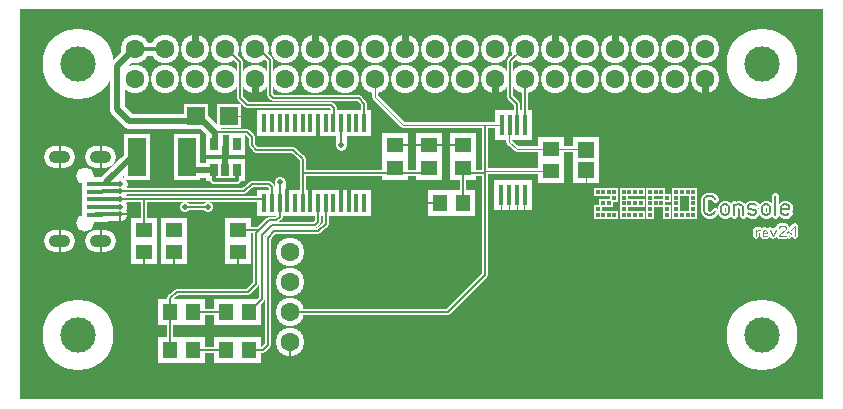
<source format=gbr>
%FSLAX34Y34*%
%MOMM*%
%LNCOPPER_TOP*%
G71*
G01*
%ADD10C, 6.00*%
%ADD11C, 2.40*%
%ADD12R, 1.22X2.12*%
%ADD13R, 1.45X1.86*%
%ADD14C, 0.30*%
%ADD15R, 2.30X4.00*%
%ADD16C, 1.30*%
%ADD17C, 0.90*%
%ADD18C, 1.10*%
%ADD19C, 0.95*%
%ADD20C, 1.30*%
%ADD21C, 0.50*%
%ADD22C, 0.70*%
%ADD23R, 1.22X2.58*%
%ADD24C, 0.55*%
%ADD25R, 2.10X2.20*%
%ADD26R, 2.20X2.10*%
%ADD27C, 0.15*%
%ADD28C, 0.10*%
%ADD29C, 0.60*%
%ADD30R, 0.70X0.70*%
%ADD31C, 0.51*%
%ADD32R, 2.00X2.00*%
%ADD33R, 1.80X1.80*%
%ADD34C, 1.85*%
%ADD35R, 2.20X1.20*%
%ADD36C, 1.46*%
%ADD37C, 1.47*%
%ADD38C, 0.53*%
%ADD39C, 0.17*%
%ADD40C, 3.00*%
%ADD41C, 1.60*%
%ADD42R, 0.42X1.32*%
%ADD43R, 0.65X1.06*%
%ADD44R, 1.50X3.20*%
%ADD45C, 0.50*%
%ADD46R, 0.42X1.78*%
%ADD47R, 1.30X1.40*%
%ADD48R, 1.40X1.30*%
%ADD49C, 0.20*%
%ADD50R, 0.30X0.30*%
%ADD51C, 0.11*%
%ADD52R, 1.60X1.60*%
%ADD53R, 1.40X1.40*%
%ADD54C, 1.05*%
%ADD55R, 1.40X0.40*%
%LPD*%
G36*
X0Y1000000D02*
X680000Y1000000D01*
X680000Y670000D01*
X0Y670000D01*
X0Y1000000D01*
G37*
%LPC*%
X48816Y954088D02*
G54D10*
D03*
X628253Y724694D02*
G54D10*
D03*
X48816Y724694D02*
G54D10*
D03*
X628253Y954088D02*
G54D10*
D03*
X580231Y966788D02*
G54D11*
D03*
X580230Y941384D02*
G54D11*
D03*
X554831Y966788D02*
G54D11*
D03*
X554831Y941388D02*
G54D11*
D03*
X529431Y966788D02*
G54D11*
D03*
X529431Y941388D02*
G54D11*
D03*
X504030Y966784D02*
G54D11*
D03*
X504031Y941388D02*
G54D11*
D03*
X478631Y966788D02*
G54D11*
D03*
X478631Y941388D02*
G54D11*
D03*
X453230Y966784D02*
G54D11*
D03*
X453231Y941388D02*
G54D11*
D03*
X427831Y966788D02*
G54D11*
D03*
X427831Y941388D02*
G54D11*
D03*
X402431Y966788D02*
G54D11*
D03*
X402430Y941384D02*
G54D11*
D03*
X377031Y966788D02*
G54D11*
D03*
X377031Y941388D02*
G54D11*
D03*
X351631Y966788D02*
G54D11*
D03*
X351631Y941388D02*
G54D11*
D03*
X326230Y966784D02*
G54D11*
D03*
X326231Y941388D02*
G54D11*
D03*
X300831Y966788D02*
G54D11*
D03*
X300831Y941388D02*
G54D11*
D03*
X275431Y966788D02*
G54D11*
D03*
X275431Y941388D02*
G54D11*
D03*
X250030Y966784D02*
G54D11*
D03*
X250031Y941388D02*
G54D11*
D03*
X224631Y966788D02*
G54D11*
D03*
X224631Y941388D02*
G54D11*
D03*
X199231Y966788D02*
G54D11*
D03*
X199230Y941384D02*
G54D11*
D03*
X173831Y966788D02*
G54D11*
D03*
X173831Y941388D02*
G54D11*
D03*
X148430Y966784D02*
G54D11*
D03*
X123031Y966788D02*
G54D11*
D03*
X97631Y966788D02*
G54D11*
D03*
X148431Y941388D02*
G54D11*
D03*
X123031Y941388D02*
G54D11*
D03*
X97631Y941388D02*
G54D11*
D03*
X291272Y835606D02*
G54D12*
D03*
X284772Y835606D02*
G54D12*
D03*
X278272Y835606D02*
G54D12*
D03*
X271772Y835606D02*
G54D12*
D03*
X265272Y835606D02*
G54D12*
D03*
X258772Y835606D02*
G54D12*
D03*
X252272Y835606D02*
G54D12*
D03*
X245772Y835606D02*
G54D12*
D03*
X239272Y835606D02*
G54D12*
D03*
X232772Y835606D02*
G54D12*
D03*
X226272Y835606D02*
G54D12*
D03*
X219772Y835606D02*
G54D12*
D03*
X213272Y835606D02*
G54D12*
D03*
X206772Y835606D02*
G54D12*
D03*
X291272Y904478D02*
G54D12*
D03*
X284772Y904478D02*
G54D12*
D03*
X278272Y904478D02*
G54D12*
D03*
X271772Y904478D02*
G54D12*
D03*
X265272Y904478D02*
G54D12*
D03*
X258772Y904478D02*
G54D12*
D03*
X252272Y904478D02*
G54D12*
D03*
X245772Y904478D02*
G54D12*
D03*
X239272Y904478D02*
G54D12*
D03*
X232772Y904478D02*
G54D12*
D03*
X226272Y904478D02*
G54D12*
D03*
X219772Y904478D02*
G54D12*
D03*
X213272Y904478D02*
G54D12*
D03*
X206772Y904478D02*
G54D12*
D03*
X291272Y903684D02*
G54D12*
D03*
X284772Y903684D02*
G54D12*
D03*
X278272Y903684D02*
G54D12*
D03*
X271772Y903684D02*
G54D12*
D03*
X265272Y903684D02*
G54D12*
D03*
X258772Y903684D02*
G54D12*
D03*
X252272Y903684D02*
G54D12*
D03*
X245772Y903684D02*
G54D12*
D03*
X239272Y903684D02*
G54D12*
D03*
X232772Y903684D02*
G54D12*
D03*
X226272Y903684D02*
G54D12*
D03*
X219772Y903684D02*
G54D12*
D03*
X213272Y903684D02*
G54D12*
D03*
X206772Y903684D02*
G54D12*
D03*
X291272Y836400D02*
G54D12*
D03*
X284772Y836400D02*
G54D12*
D03*
X278272Y836400D02*
G54D12*
D03*
X271772Y836400D02*
G54D12*
D03*
X265272Y836400D02*
G54D12*
D03*
X258772Y836400D02*
G54D12*
D03*
X252272Y836400D02*
G54D12*
D03*
X245772Y836400D02*
G54D12*
D03*
X239272Y836400D02*
G54D12*
D03*
X232772Y836400D02*
G54D12*
D03*
X226272Y836400D02*
G54D12*
D03*
X219772Y836400D02*
G54D12*
D03*
X213272Y836400D02*
G54D12*
D03*
X206772Y836400D02*
G54D12*
D03*
X291272Y836797D02*
G54D12*
D03*
X284772Y836797D02*
G54D12*
D03*
X278272Y836797D02*
G54D12*
D03*
X271772Y836797D02*
G54D12*
D03*
X265272Y836797D02*
G54D12*
D03*
X258772Y836797D02*
G54D12*
D03*
X252272Y836797D02*
G54D12*
D03*
X245772Y836797D02*
G54D12*
D03*
X239272Y836797D02*
G54D12*
D03*
X232772Y836797D02*
G54D12*
D03*
X226272Y836797D02*
G54D12*
D03*
X219772Y836797D02*
G54D12*
D03*
X213272Y836797D02*
G54D12*
D03*
X206772Y836797D02*
G54D12*
D03*
X291272Y903287D02*
G54D12*
D03*
X284772Y903288D02*
G54D12*
D03*
X278272Y903288D02*
G54D12*
D03*
X271772Y903288D02*
G54D12*
D03*
X265272Y903288D02*
G54D12*
D03*
X258772Y903288D02*
G54D12*
D03*
X252272Y903288D02*
G54D12*
D03*
X245772Y903287D02*
G54D12*
D03*
X239272Y903288D02*
G54D12*
D03*
X232772Y903288D02*
G54D12*
D03*
X226272Y903288D02*
G54D12*
D03*
X219772Y903288D02*
G54D12*
D03*
X213272Y903288D02*
G54D12*
D03*
X206772Y903288D02*
G54D12*
D03*
X164306Y886420D02*
G54D13*
D03*
X183356Y886420D02*
G54D13*
D03*
X164306Y864394D02*
G54D13*
D03*
X173831Y864394D02*
G54D13*
D03*
X183356Y864394D02*
G54D13*
D03*
G54D14*
X252214Y896739D02*
X252214Y892770D01*
G54D14*
X226219Y843359D02*
X226219Y847328D01*
G54D14*
X271859Y843359D02*
X271859Y847328D01*
G54D14*
X278408Y843359D02*
X278408Y847328D01*
G54D14*
X245864Y843359D02*
X245864Y847328D01*
G54D14*
X68858Y826492D02*
X63897Y826492D01*
X141288Y875506D02*
G54D15*
D03*
X99219Y875506D02*
G54D15*
D03*
X84733Y845939D02*
G54D16*
D03*
X84733Y839391D02*
G54D16*
D03*
X271859Y885627D02*
G54D17*
D03*
X219869Y853678D02*
G54D17*
D03*
X84733Y852488D02*
G54D16*
D03*
X84733Y833041D02*
G54D16*
D03*
X84730Y826490D02*
G54D16*
D03*
G54D18*
X85130Y852488D02*
X70247Y852488D01*
G54D18*
X85130Y845939D02*
X70048Y845939D01*
G54D18*
X85130Y839391D02*
X70048Y839391D01*
G54D18*
X84733Y833041D02*
X70048Y833041D01*
G54D18*
X84336Y826492D02*
X70048Y826492D01*
G54D19*
X271859Y885627D02*
X271859Y896541D01*
G54D19*
X219869Y853678D02*
X219869Y842962D01*
G54D20*
X100409Y880666D02*
X73025Y853678D01*
G54D20*
X164306Y864394D02*
X149225Y864394D01*
G54D21*
X173831Y869752D02*
X173831Y873919D01*
G54D22*
X164306Y859234D02*
X164306Y855266D01*
X183356Y855266D01*
X183356Y859234D01*
G54D18*
X123031Y966788D02*
X97631Y966788D01*
G54D20*
X97631Y966788D02*
X96044Y966788D01*
X81756Y952500D01*
X81756Y915988D01*
X92075Y905669D01*
X154781Y905669D01*
X165100Y895350D01*
X165100Y887214D01*
X164306Y886420D01*
X407988Y902494D02*
G54D23*
D03*
X414487Y902494D02*
G54D23*
D03*
X407591Y843147D02*
G54D23*
D03*
X414091Y843147D02*
G54D23*
D03*
X420591Y843147D02*
G54D23*
D03*
X427091Y843147D02*
G54D23*
D03*
X420988Y902494D02*
G54D23*
D03*
X427488Y902494D02*
G54D23*
D03*
G54D24*
X165100Y896144D02*
X192088Y896144D01*
X196056Y892175D01*
X196056Y885031D01*
X200025Y881062D01*
X231378Y881062D01*
X239316Y873125D01*
X239316Y842169D01*
G54D24*
X84733Y845939D02*
X189508Y845939D01*
X196056Y852488D01*
X210741Y852488D01*
X213122Y850106D01*
X213122Y841772D01*
G54D24*
X84733Y839391D02*
X207169Y839391D01*
G54D24*
X173831Y966788D02*
X175022Y966788D01*
X186531Y955278D01*
X186531Y924719D01*
X192088Y919162D01*
X263128Y919162D01*
X265509Y916781D01*
X265509Y908447D01*
G54D24*
X199231Y966788D02*
X202009Y966788D01*
X211931Y956866D01*
X211931Y927497D01*
X214312Y925116D01*
X286544Y925116D01*
X291306Y920353D01*
X291306Y909241D01*
X193675Y743744D02*
G54D25*
D03*
X174675Y743744D02*
G54D25*
D03*
X193675Y711994D02*
G54D25*
D03*
X174675Y711994D02*
G54D25*
D03*
X146050Y711994D02*
G54D25*
D03*
X127050Y711994D02*
G54D25*
D03*
X146050Y743744D02*
G54D25*
D03*
X127050Y743744D02*
G54D25*
D03*
G54D24*
X258762Y831453D02*
X258762Y818753D01*
X252412Y812403D01*
X215106Y812403D01*
X209550Y806847D01*
X209550Y715566D01*
X205978Y711994D01*
X193675Y711994D01*
G54D24*
X252412Y830262D02*
X252412Y819944D01*
X250031Y817562D01*
X213519Y817562D01*
X204788Y808831D01*
X204788Y755253D01*
X198834Y749300D01*
G54D24*
X146050Y743744D02*
X174675Y743744D01*
G54D24*
X146050Y711994D02*
X174675Y711994D01*
G54D24*
X127050Y711994D02*
X127050Y743744D01*
G54D24*
X219869Y829866D02*
X219869Y824706D01*
X217091Y821928D01*
X210741Y821928D01*
X199628Y810816D01*
G54D24*
X127050Y743744D02*
X127050Y755303D01*
X132953Y761206D01*
X193278Y761206D01*
X199628Y767556D01*
X199628Y810816D01*
X139700Y832644D02*
G54D17*
D03*
X158750Y832644D02*
G54D17*
D03*
G54D24*
X139700Y832644D02*
X158750Y832644D01*
X317475Y885006D02*
G54D26*
D03*
X317475Y866006D02*
G54D26*
D03*
X346050Y885006D02*
G54D26*
D03*
X346050Y866006D02*
G54D26*
D03*
G54D24*
X346050Y861244D02*
X239738Y861244D01*
X239712Y861219D01*
G54D27*
X317475Y885006D02*
X374625Y885006D01*
X374625Y885006D02*
G54D26*
D03*
X374625Y866006D02*
G54D26*
D03*
X449238Y882229D02*
G54D26*
D03*
X449238Y863229D02*
G54D26*
D03*
G54D24*
X427831Y941388D02*
X427831Y902838D01*
X427488Y902494D01*
G54D24*
X427831Y966788D02*
X425847Y966788D01*
X415131Y956072D01*
X415131Y925909D01*
X421084Y919956D01*
X421084Y909638D01*
G54D24*
X228600Y743744D02*
X361950Y743744D01*
X393700Y775494D01*
X393675Y902072D01*
G54D24*
X374625Y861244D02*
X393675Y861244D01*
X393700Y861219D01*
X228600Y794544D02*
G54D11*
D03*
X228600Y769144D02*
G54D11*
D03*
X228600Y743744D02*
G54D11*
D03*
X228600Y718344D02*
G54D11*
D03*
G54D27*
X228600Y718344D02*
X228600Y703659D01*
G54D21*
X300831Y941388D02*
X300831Y925512D01*
X323850Y902494D01*
X407988Y902494D01*
G54D28*
X407591Y835422D02*
X407591Y829469D01*
G54D28*
X413941Y835422D02*
X413941Y829469D01*
G54D28*
X420688Y835422D02*
X420688Y829469D01*
G54D28*
X427038Y835819D02*
X427038Y829469D01*
X184175Y794569D02*
G54D26*
D03*
X184175Y813569D02*
G54D26*
D03*
G54D24*
X184175Y813569D02*
X201588Y813569D01*
X201612Y813594D01*
G54D27*
X184175Y794569D02*
X184175Y781869D01*
X184150Y781844D01*
X130200Y794569D02*
G54D26*
D03*
X130200Y813569D02*
G54D26*
D03*
X104800Y794569D02*
G54D26*
D03*
X104800Y813569D02*
G54D26*
D03*
X130200Y813569D02*
G54D17*
D03*
G54D24*
X104800Y813569D02*
X104800Y838969D01*
X104775Y838994D01*
G54D27*
X130200Y794569D02*
X130200Y781869D01*
X130175Y781844D01*
G54D27*
X104800Y794569D02*
X104800Y781869D01*
X104775Y781844D01*
G54D29*
X588641Y829294D02*
X587441Y827294D01*
X585041Y826294D01*
X582641Y826294D01*
X580241Y827294D01*
X579041Y829294D01*
X579041Y839294D01*
X580241Y841294D01*
X582641Y842294D01*
X585041Y842294D01*
X587441Y841294D01*
X588641Y839294D01*
G54D29*
X600241Y828694D02*
X600241Y832694D01*
X599041Y834694D01*
X596641Y835294D01*
X594241Y834694D01*
X593041Y832694D01*
X593041Y828694D01*
X594241Y826694D01*
X596641Y826294D01*
X599041Y826694D01*
X600241Y828694D01*
G54D29*
X604641Y826294D02*
X604641Y835294D01*
G54D29*
X604641Y833294D02*
X605841Y834694D01*
X608241Y835294D01*
X610641Y834694D01*
X611841Y833294D01*
X611841Y826294D01*
G54D29*
X616241Y827294D02*
X618641Y826294D01*
X621041Y826294D01*
X623441Y827294D01*
X623441Y829294D01*
X622241Y830294D01*
X617441Y831294D01*
X616241Y832294D01*
X616241Y834294D01*
X618641Y835294D01*
X621041Y835294D01*
X623441Y834294D01*
G54D29*
X635041Y828694D02*
X635041Y832694D01*
X633841Y834694D01*
X631441Y835294D01*
X629041Y834694D01*
X627841Y832694D01*
X627841Y828694D01*
X629041Y826694D01*
X631441Y826294D01*
X633841Y826694D01*
X635041Y828694D01*
G54D29*
X639441Y826294D02*
X639441Y842294D01*
G54D29*
X651041Y827294D02*
X649121Y826294D01*
X646721Y826294D01*
X644321Y827294D01*
X643841Y829294D01*
X643841Y832694D01*
X645041Y834694D01*
X647441Y835294D01*
X649841Y834694D01*
X651041Y833294D01*
X651041Y831294D01*
X643841Y831294D01*
X488950Y845344D02*
G54D30*
D03*
X498475Y845344D02*
G54D30*
D03*
X503238Y845344D02*
G54D30*
D03*
X503238Y840581D02*
G54D30*
D03*
X498475Y835819D02*
G54D30*
D03*
X488950Y831056D02*
G54D30*
D03*
X488950Y826294D02*
G54D30*
D03*
X498475Y826294D02*
G54D30*
D03*
X503238Y826294D02*
G54D30*
D03*
X511175Y826294D02*
G54D30*
D03*
X511175Y831056D02*
G54D30*
D03*
X511175Y835819D02*
G54D30*
D03*
X511175Y840581D02*
G54D30*
D03*
X511175Y845344D02*
G54D30*
D03*
X515938Y845344D02*
G54D30*
D03*
X520700Y845344D02*
G54D30*
D03*
X515938Y835819D02*
G54D30*
D03*
X520700Y835819D02*
G54D30*
D03*
X515938Y826294D02*
G54D30*
D03*
X520700Y826294D02*
G54D30*
D03*
X533400Y845344D02*
G54D30*
D03*
X533400Y840581D02*
G54D30*
D03*
X533400Y835819D02*
G54D30*
D03*
X533400Y831056D02*
G54D30*
D03*
X533400Y826294D02*
G54D30*
D03*
X538162Y845344D02*
G54D30*
D03*
X538162Y835819D02*
G54D30*
D03*
X547688Y840581D02*
G54D30*
D03*
X547688Y831056D02*
G54D30*
D03*
X547688Y826294D02*
G54D30*
D03*
X555625Y840581D02*
G54D30*
D03*
X555625Y835819D02*
G54D30*
D03*
X555625Y831056D02*
G54D30*
D03*
X560388Y826294D02*
G54D30*
D03*
X565150Y826294D02*
G54D30*
D03*
X569912Y831056D02*
G54D30*
D03*
X569912Y835819D02*
G54D30*
D03*
X569912Y840581D02*
G54D30*
D03*
X560388Y845344D02*
G54D30*
D03*
X565150Y845344D02*
G54D30*
D03*
G54D31*
X623491Y808038D02*
X623491Y813038D01*
G54D31*
X623491Y811926D02*
X624824Y813038D01*
X626157Y813038D01*
G54D31*
X632602Y808593D02*
X631535Y808038D01*
X630202Y808038D01*
X628868Y808593D01*
X628602Y809704D01*
X628602Y811593D01*
X629268Y812704D01*
X630602Y813038D01*
X631935Y812704D01*
X632602Y811926D01*
X632602Y810815D01*
X628602Y810815D01*
G54D31*
X635046Y813038D02*
X637712Y808038D01*
X640379Y813038D01*
G54D31*
X648156Y808038D02*
X642823Y808038D01*
X642823Y808593D01*
X643489Y809704D01*
X647489Y813038D01*
X648156Y814149D01*
X648156Y815260D01*
X647489Y816371D01*
X646156Y816926D01*
X644823Y816926D01*
X643489Y816371D01*
X642823Y815260D01*
G54D31*
X650600Y808038D02*
X650600Y808038D01*
G54D31*
X653044Y813593D02*
X656377Y816926D01*
X656377Y808038D01*
X149225Y909638D02*
G54D32*
D03*
X177225Y909638D02*
G54D32*
D03*
G54D28*
X177225Y909638D02*
X190500Y909638D01*
X555625Y845344D02*
G54D30*
D03*
X569912Y845344D02*
G54D30*
D03*
X569912Y826294D02*
G54D30*
D03*
X555625Y826294D02*
G54D30*
D03*
X493712Y845344D02*
G54D30*
D03*
X493712Y835819D02*
G54D30*
D03*
X493712Y826294D02*
G54D30*
D03*
X525462Y845344D02*
G54D30*
D03*
X525462Y835819D02*
G54D30*
D03*
X525462Y826294D02*
G54D30*
D03*
X542925Y845344D02*
G54D30*
D03*
X542925Y835819D02*
G54D30*
D03*
G54D24*
X374650Y835819D02*
X374650Y864394D01*
G54D27*
X355600Y835819D02*
X342900Y835819D01*
X355600Y835819D02*
G54D25*
D03*
X374600Y835819D02*
G54D25*
D03*
G54D21*
X449238Y863229D02*
X394123Y863229D01*
X393700Y862806D01*
G54D21*
X479401Y882229D02*
X420315Y882229D01*
X414338Y888206D01*
X414338Y896144D01*
X479401Y882229D02*
G54D26*
D03*
X479401Y863229D02*
G54D26*
D03*
G54D28*
X479401Y863229D02*
X479401Y848543D01*
X479425Y848519D01*
X479425Y880666D02*
G54D33*
D03*
X479425Y863997D02*
G54D33*
D03*
X29369Y875109D02*
G54D34*
D03*
X37306Y875109D02*
G54D34*
D03*
X37306Y803672D02*
G54D34*
D03*
X29369Y803672D02*
G54D34*
D03*
X71834Y875109D02*
G54D34*
D03*
X63897Y875109D02*
G54D34*
D03*
X71834Y803672D02*
G54D34*
D03*
X63897Y803672D02*
G54D34*
D03*
X67866Y875109D02*
G54D34*
D03*
X67866Y803672D02*
G54D34*
D03*
X33338Y803672D02*
G54D34*
D03*
X33338Y875109D02*
G54D34*
D03*
X63112Y839390D02*
G54D35*
D03*
X63112Y832890D02*
G54D35*
D03*
X63112Y826390D02*
G54D35*
D03*
X63112Y845890D02*
G54D35*
D03*
X63112Y852390D02*
G54D35*
D03*
X54570Y859433D02*
G54D36*
D03*
X54570Y819348D02*
G54D36*
D03*
X71636Y875109D02*
G54D34*
D03*
X71438Y875109D02*
G54D34*
D03*
X71239Y875109D02*
G54D34*
D03*
X71041Y875109D02*
G54D34*
D03*
X70842Y875109D02*
G54D34*
D03*
X70644Y875109D02*
G54D34*
D03*
X70445Y875109D02*
G54D34*
D03*
X70247Y875109D02*
G54D34*
D03*
X70048Y875109D02*
G54D34*
D03*
X69850Y875109D02*
G54D34*
D03*
X69652Y875109D02*
G54D34*
D03*
X69453Y875109D02*
G54D34*
D03*
X69255Y875109D02*
G54D34*
D03*
X69056Y875109D02*
G54D34*
D03*
X68858Y875109D02*
G54D34*
D03*
X68659Y875109D02*
G54D34*
D03*
X68461Y875109D02*
G54D34*
D03*
X68262Y875109D02*
G54D34*
D03*
X68064Y875109D02*
G54D34*
D03*
X67667Y875109D02*
G54D34*
D03*
X67469Y875109D02*
G54D34*
D03*
X67270Y875109D02*
G54D34*
D03*
X67072Y875109D02*
G54D34*
D03*
X66873Y875109D02*
G54D34*
D03*
X66675Y875109D02*
G54D34*
D03*
X66477Y875109D02*
G54D34*
D03*
X66278Y875109D02*
G54D34*
D03*
X66080Y875109D02*
G54D34*
D03*
X65881Y875109D02*
G54D34*
D03*
X65683Y875109D02*
G54D34*
D03*
X65484Y875109D02*
G54D34*
D03*
X64095Y875109D02*
G54D34*
D03*
X64294Y875109D02*
G54D34*
D03*
X64492Y875109D02*
G54D34*
D03*
X64691Y875109D02*
G54D34*
D03*
X64889Y875109D02*
G54D34*
D03*
X65088Y875109D02*
G54D34*
D03*
X71636Y803672D02*
G54D34*
D03*
X71438Y803672D02*
G54D34*
D03*
X71239Y803672D02*
G54D34*
D03*
X71041Y803672D02*
G54D34*
D03*
X70842Y803672D02*
G54D34*
D03*
X70644Y803672D02*
G54D34*
D03*
X70445Y803672D02*
G54D34*
D03*
X70247Y803672D02*
G54D34*
D03*
X70048Y803672D02*
G54D34*
D03*
X69850Y803672D02*
G54D34*
D03*
X69652Y803672D02*
G54D34*
D03*
X69453Y803672D02*
G54D34*
D03*
X69255Y803672D02*
G54D34*
D03*
X69056Y803672D02*
G54D34*
D03*
X68858Y803672D02*
G54D34*
D03*
X68659Y803672D02*
G54D34*
D03*
X68461Y803672D02*
G54D34*
D03*
X68262Y803672D02*
G54D34*
D03*
X64095Y803672D02*
G54D34*
D03*
X64294Y803672D02*
G54D34*
D03*
X64492Y803672D02*
G54D34*
D03*
X64691Y803672D02*
G54D34*
D03*
X64889Y803672D02*
G54D34*
D03*
X65088Y803672D02*
G54D34*
D03*
X65286Y803672D02*
G54D34*
D03*
X65484Y803672D02*
G54D34*
D03*
X65683Y803672D02*
G54D34*
D03*
X65881Y803672D02*
G54D34*
D03*
X66080Y803672D02*
G54D34*
D03*
X66278Y803672D02*
G54D34*
D03*
X66477Y803672D02*
G54D34*
D03*
X66675Y803672D02*
G54D34*
D03*
X66873Y803672D02*
G54D34*
D03*
X66873Y803672D02*
G54D34*
D03*
X67072Y803672D02*
G54D34*
D03*
X67270Y803672D02*
G54D34*
D03*
X67469Y803672D02*
G54D34*
D03*
X37306Y875109D02*
G54D34*
D03*
X29369Y875109D02*
G54D34*
D03*
X33338Y875109D02*
G54D34*
D03*
X37108Y875109D02*
G54D34*
D03*
X36909Y875109D02*
G54D34*
D03*
X36711Y875109D02*
G54D34*
D03*
X36512Y875109D02*
G54D34*
D03*
X36314Y875109D02*
G54D34*
D03*
X36116Y875109D02*
G54D34*
D03*
X35917Y875109D02*
G54D34*
D03*
X35719Y875109D02*
G54D34*
D03*
X35520Y875109D02*
G54D34*
D03*
X35322Y875109D02*
G54D34*
D03*
X35123Y875109D02*
G54D34*
D03*
X34925Y875109D02*
G54D34*
D03*
X34727Y875109D02*
G54D34*
D03*
X34528Y875109D02*
G54D34*
D03*
X34330Y875109D02*
G54D34*
D03*
X34131Y875109D02*
G54D34*
D03*
X33933Y875109D02*
G54D34*
D03*
X33734Y875109D02*
G54D34*
D03*
X33536Y875109D02*
G54D34*
D03*
X33139Y875109D02*
G54D34*
D03*
X32941Y875109D02*
G54D34*
D03*
X32742Y875109D02*
G54D34*
D03*
X32544Y875109D02*
G54D34*
D03*
X32345Y875109D02*
G54D34*
D03*
X32147Y875109D02*
G54D34*
D03*
X31948Y875109D02*
G54D34*
D03*
X31750Y875109D02*
G54D34*
D03*
X31552Y875109D02*
G54D34*
D03*
X31353Y875109D02*
G54D34*
D03*
X31155Y875109D02*
G54D34*
D03*
X30956Y875109D02*
G54D34*
D03*
X29567Y875109D02*
G54D34*
D03*
X29766Y875109D02*
G54D34*
D03*
X29964Y875109D02*
G54D34*
D03*
X30162Y875109D02*
G54D34*
D03*
X30361Y875109D02*
G54D34*
D03*
X30559Y875109D02*
G54D34*
D03*
X37306Y803672D02*
G54D34*
D03*
X29369Y803672D02*
G54D34*
D03*
X33338Y803672D02*
G54D34*
D03*
X37108Y803672D02*
G54D34*
D03*
X36909Y803672D02*
G54D34*
D03*
X36711Y803672D02*
G54D34*
D03*
X36512Y803672D02*
G54D34*
D03*
X36314Y803672D02*
G54D34*
D03*
X36116Y803672D02*
G54D34*
D03*
X35917Y803672D02*
G54D34*
D03*
X35719Y803672D02*
G54D34*
D03*
X35520Y803672D02*
G54D34*
D03*
X35322Y803672D02*
G54D34*
D03*
X35123Y803672D02*
G54D34*
D03*
X34925Y803672D02*
G54D34*
D03*
X34727Y803672D02*
G54D34*
D03*
X34528Y803672D02*
G54D34*
D03*
X34330Y803672D02*
G54D34*
D03*
X34131Y803672D02*
G54D34*
D03*
X33933Y803672D02*
G54D34*
D03*
X33734Y803672D02*
G54D34*
D03*
X29567Y803672D02*
G54D34*
D03*
X29766Y803672D02*
G54D34*
D03*
X29964Y803672D02*
G54D34*
D03*
X30162Y803672D02*
G54D34*
D03*
X30361Y803672D02*
G54D34*
D03*
X30559Y803672D02*
G54D34*
D03*
X30758Y803672D02*
G54D34*
D03*
X30956Y803672D02*
G54D34*
D03*
X31155Y803672D02*
G54D34*
D03*
X31353Y803672D02*
G54D34*
D03*
X31552Y803672D02*
G54D34*
D03*
X31750Y803672D02*
G54D34*
D03*
X31948Y803672D02*
G54D34*
D03*
X32147Y803672D02*
G54D34*
D03*
X32345Y803672D02*
G54D34*
D03*
X32345Y803672D02*
G54D34*
D03*
X32544Y803672D02*
G54D34*
D03*
X32742Y803672D02*
G54D34*
D03*
X32941Y803672D02*
G54D34*
D03*
G54D27*
X33734Y885031D02*
X33734Y865981D01*
G54D27*
X33734Y794544D02*
X33734Y813594D01*
G54D27*
X68659Y794544D02*
X68659Y813594D01*
G54D27*
X68659Y885031D02*
X68659Y864394D01*
X30162Y875109D02*
G54D34*
D03*
X30956Y875109D02*
G54D34*
D03*
X31750Y875109D02*
G54D34*
D03*
X32544Y875109D02*
G54D34*
D03*
X33338Y875109D02*
G54D34*
D03*
X34131Y875109D02*
G54D34*
D03*
X34925Y875109D02*
G54D34*
D03*
X35719Y875109D02*
G54D34*
D03*
X36512Y875109D02*
G54D34*
D03*
X64691Y875109D02*
G54D34*
D03*
X65484Y875109D02*
G54D34*
D03*
X66278Y875109D02*
G54D34*
D03*
X67072Y875109D02*
G54D34*
D03*
X67866Y875109D02*
G54D34*
D03*
X68659Y875109D02*
G54D34*
D03*
X69453Y875109D02*
G54D34*
D03*
X70247Y875109D02*
G54D34*
D03*
X71041Y875109D02*
G54D34*
D03*
X71834Y875109D02*
G54D34*
D03*
X37306Y875109D02*
G54D34*
D03*
X29369Y803672D02*
G54D34*
D03*
X30162Y803672D02*
G54D34*
D03*
X30956Y803672D02*
G54D34*
D03*
X31750Y803672D02*
G54D34*
D03*
X32544Y803672D02*
G54D34*
D03*
X33338Y803672D02*
G54D34*
D03*
X34131Y803672D02*
G54D34*
D03*
X34925Y803672D02*
G54D34*
D03*
X35719Y803672D02*
G54D34*
D03*
X36512Y803672D02*
G54D34*
D03*
X37306Y803672D02*
G54D34*
D03*
X63897Y803672D02*
G54D34*
D03*
X64691Y803672D02*
G54D34*
D03*
X65484Y803672D02*
G54D34*
D03*
X66278Y803672D02*
G54D34*
D03*
X67072Y803672D02*
G54D34*
D03*
X67866Y803672D02*
G54D34*
D03*
X68659Y803672D02*
G54D34*
D03*
X69453Y803672D02*
G54D34*
D03*
X70247Y803672D02*
G54D34*
D03*
X71041Y803672D02*
G54D34*
D03*
X71834Y803672D02*
G54D34*
D03*
X29369Y875109D02*
G54D34*
D03*
X37306Y875109D02*
G54D34*
D03*
X63897Y875109D02*
G54D34*
D03*
X54570Y859433D02*
G54D37*
D03*
X54570Y819348D02*
G54D37*
D03*
%LPD*%
G54D38*
G36*
X582897Y941384D02*
X582897Y928884D01*
X577563Y928884D01*
X577563Y941384D01*
X582897Y941384D01*
G37*
G54D38*
G36*
X501363Y966784D02*
X501363Y979284D01*
X506697Y979284D01*
X506697Y966784D01*
X501363Y966784D01*
G37*
G54D38*
G36*
X450563Y966784D02*
X450563Y979284D01*
X455897Y979284D01*
X455897Y966784D01*
X450563Y966784D01*
G37*
G54D38*
G36*
X405097Y941384D02*
X405097Y928884D01*
X399763Y928884D01*
X399763Y941384D01*
X405097Y941384D01*
G37*
G54D38*
G36*
X323563Y966784D02*
X323563Y979284D01*
X328897Y979284D01*
X328897Y966784D01*
X323563Y966784D01*
G37*
G54D38*
G36*
X247363Y966784D02*
X247363Y979284D01*
X252697Y979284D01*
X252697Y966784D01*
X247363Y966784D01*
G37*
G54D38*
G36*
X201897Y941384D02*
X201897Y928884D01*
X196563Y928884D01*
X196563Y941384D01*
X201897Y941384D01*
G37*
G54D38*
G36*
X145763Y966784D02*
X145763Y979284D01*
X151097Y979284D01*
X151097Y966784D01*
X145763Y966784D01*
G37*
G54D39*
G36*
X84730Y827323D02*
X91730Y827323D01*
X91730Y825657D01*
X84730Y825657D01*
X84730Y827323D01*
G37*
G36*
X85563Y826490D02*
X85563Y819490D01*
X83897Y819490D01*
X83897Y826490D01*
X85563Y826490D01*
G37*
X48816Y954088D02*
G54D40*
D03*
X628253Y724694D02*
G54D40*
D03*
X48816Y724694D02*
G54D40*
D03*
X628253Y954088D02*
G54D40*
D03*
X580231Y966788D02*
G54D41*
D03*
X580230Y941384D02*
G54D41*
D03*
X554831Y966788D02*
G54D41*
D03*
X554831Y941388D02*
G54D41*
D03*
X529431Y966788D02*
G54D41*
D03*
X529431Y941388D02*
G54D41*
D03*
X504030Y966784D02*
G54D41*
D03*
X504031Y941388D02*
G54D41*
D03*
X478631Y966788D02*
G54D41*
D03*
X478631Y941388D02*
G54D41*
D03*
X453230Y966784D02*
G54D41*
D03*
X453231Y941388D02*
G54D41*
D03*
X427831Y966788D02*
G54D41*
D03*
X427831Y941388D02*
G54D41*
D03*
X402431Y966788D02*
G54D41*
D03*
X402430Y941384D02*
G54D41*
D03*
X377031Y966788D02*
G54D41*
D03*
X377031Y941388D02*
G54D41*
D03*
X351631Y966788D02*
G54D41*
D03*
X351631Y941388D02*
G54D41*
D03*
X326230Y966784D02*
G54D41*
D03*
X326231Y941388D02*
G54D41*
D03*
X300831Y966788D02*
G54D41*
D03*
X300831Y941388D02*
G54D41*
D03*
X275431Y966788D02*
G54D41*
D03*
X275431Y941388D02*
G54D41*
D03*
X250030Y966784D02*
G54D41*
D03*
X250031Y941388D02*
G54D41*
D03*
X224631Y966788D02*
G54D41*
D03*
X224631Y941388D02*
G54D41*
D03*
X199231Y966788D02*
G54D41*
D03*
X199230Y941384D02*
G54D41*
D03*
X173831Y966788D02*
G54D41*
D03*
X173831Y941388D02*
G54D41*
D03*
X148430Y966784D02*
G54D41*
D03*
X123031Y966788D02*
G54D41*
D03*
X97631Y966788D02*
G54D41*
D03*
X148431Y941388D02*
G54D41*
D03*
X123031Y941388D02*
G54D41*
D03*
X97631Y941388D02*
G54D41*
D03*
X291272Y835606D02*
G54D42*
D03*
X284772Y835606D02*
G54D42*
D03*
X278272Y835606D02*
G54D42*
D03*
X271772Y835606D02*
G54D42*
D03*
X265272Y835606D02*
G54D42*
D03*
X258772Y835606D02*
G54D42*
D03*
X252272Y835606D02*
G54D42*
D03*
X245772Y835606D02*
G54D42*
D03*
X239272Y835606D02*
G54D42*
D03*
X232772Y835606D02*
G54D42*
D03*
X226272Y835606D02*
G54D42*
D03*
X219772Y835606D02*
G54D42*
D03*
X213272Y835606D02*
G54D42*
D03*
X206772Y835606D02*
G54D42*
D03*
X291272Y904478D02*
G54D42*
D03*
X284772Y904478D02*
G54D42*
D03*
X278272Y904478D02*
G54D42*
D03*
X271772Y904478D02*
G54D42*
D03*
X265272Y904478D02*
G54D42*
D03*
X258772Y904478D02*
G54D42*
D03*
X252272Y904478D02*
G54D42*
D03*
X245772Y904478D02*
G54D42*
D03*
X239272Y904478D02*
G54D42*
D03*
X232772Y904478D02*
G54D42*
D03*
X226272Y904478D02*
G54D42*
D03*
X219772Y904478D02*
G54D42*
D03*
X213272Y904478D02*
G54D42*
D03*
X206772Y904478D02*
G54D42*
D03*
X291272Y903684D02*
G54D42*
D03*
X284772Y903684D02*
G54D42*
D03*
X278272Y903684D02*
G54D42*
D03*
X271772Y903684D02*
G54D42*
D03*
X265272Y903684D02*
G54D42*
D03*
X258772Y903684D02*
G54D42*
D03*
X252272Y903684D02*
G54D42*
D03*
X245772Y903684D02*
G54D42*
D03*
X239272Y903684D02*
G54D42*
D03*
X232772Y903684D02*
G54D42*
D03*
X226272Y903684D02*
G54D42*
D03*
X219772Y903684D02*
G54D42*
D03*
X213272Y903684D02*
G54D42*
D03*
X206772Y903684D02*
G54D42*
D03*
X291272Y836400D02*
G54D42*
D03*
X284772Y836400D02*
G54D42*
D03*
X278272Y836400D02*
G54D42*
D03*
X271772Y836400D02*
G54D42*
D03*
X265272Y836400D02*
G54D42*
D03*
X258772Y836400D02*
G54D42*
D03*
X252272Y836400D02*
G54D42*
D03*
X245772Y836400D02*
G54D42*
D03*
X239272Y836400D02*
G54D42*
D03*
X232772Y836400D02*
G54D42*
D03*
X226272Y836400D02*
G54D42*
D03*
X219772Y836400D02*
G54D42*
D03*
X213272Y836400D02*
G54D42*
D03*
X206772Y836400D02*
G54D42*
D03*
X291272Y836797D02*
G54D42*
D03*
X284772Y836797D02*
G54D42*
D03*
X278272Y836797D02*
G54D42*
D03*
X271772Y836797D02*
G54D42*
D03*
X265272Y836797D02*
G54D42*
D03*
X258772Y836797D02*
G54D42*
D03*
X252272Y836797D02*
G54D42*
D03*
X245772Y836797D02*
G54D42*
D03*
X239272Y836797D02*
G54D42*
D03*
X232772Y836797D02*
G54D42*
D03*
X226272Y836797D02*
G54D42*
D03*
X219772Y836797D02*
G54D42*
D03*
X213272Y836797D02*
G54D42*
D03*
X206772Y836797D02*
G54D42*
D03*
X291272Y903287D02*
G54D42*
D03*
X284772Y903288D02*
G54D42*
D03*
X278272Y903288D02*
G54D42*
D03*
X271772Y903288D02*
G54D42*
D03*
X265272Y903288D02*
G54D42*
D03*
X258772Y903288D02*
G54D42*
D03*
X252272Y903288D02*
G54D42*
D03*
X245772Y903287D02*
G54D42*
D03*
X239272Y903288D02*
G54D42*
D03*
X232772Y903288D02*
G54D42*
D03*
X226272Y903288D02*
G54D42*
D03*
X219772Y903288D02*
G54D42*
D03*
X213272Y903288D02*
G54D42*
D03*
X206772Y903288D02*
G54D42*
D03*
X164306Y886420D02*
G54D43*
D03*
X183356Y886420D02*
G54D43*
D03*
X164306Y864394D02*
G54D43*
D03*
X173831Y864394D02*
G54D43*
D03*
X183356Y864394D02*
G54D43*
D03*
G54D14*
X252214Y896739D02*
X252214Y892770D01*
G54D14*
X226219Y843359D02*
X226219Y847328D01*
G54D14*
X271859Y843359D02*
X271859Y847328D01*
G54D14*
X278408Y843359D02*
X278408Y847328D01*
G54D14*
X245864Y843359D02*
X245864Y847328D01*
G54D14*
X68858Y826492D02*
X63897Y826492D01*
X141288Y875506D02*
G54D44*
D03*
X99219Y875506D02*
G54D44*
D03*
X84733Y845939D02*
G54D45*
D03*
X84733Y839391D02*
G54D45*
D03*
X271859Y885627D02*
G54D45*
D03*
X219869Y853678D02*
G54D45*
D03*
X84733Y852488D02*
G54D45*
D03*
X84733Y833041D02*
G54D45*
D03*
X84730Y826490D02*
G54D45*
D03*
G54D14*
X85130Y852488D02*
X70247Y852488D01*
G54D14*
X85130Y845939D02*
X70048Y845939D01*
G54D14*
X85130Y839391D02*
X70048Y839391D01*
G54D14*
X84733Y833041D02*
X70048Y833041D01*
G54D14*
X84336Y826492D02*
X70048Y826492D01*
G54D27*
X271859Y885627D02*
X271859Y896541D01*
G54D27*
X219869Y853678D02*
X219869Y842962D01*
G54D21*
X100409Y880666D02*
X73025Y853678D01*
G54D21*
X164306Y864394D02*
X149225Y864394D01*
G54D21*
X173831Y869752D02*
X173831Y873919D01*
G54D14*
X164306Y859234D02*
X164306Y855266D01*
X183356Y855266D01*
X183356Y859234D01*
G54D14*
X123031Y966788D02*
X97631Y966788D01*
G54D21*
X97631Y966788D02*
X96044Y966788D01*
X81756Y952500D01*
X81756Y915988D01*
X92075Y905669D01*
X154781Y905669D01*
X165100Y895350D01*
X165100Y887214D01*
X164306Y886420D01*
X407988Y902494D02*
G54D46*
D03*
X414487Y902494D02*
G54D46*
D03*
X407591Y843147D02*
G54D46*
D03*
X414091Y843147D02*
G54D46*
D03*
X420591Y843147D02*
G54D46*
D03*
X427091Y843147D02*
G54D46*
D03*
X420988Y902494D02*
G54D46*
D03*
X427488Y902494D02*
G54D46*
D03*
G54D27*
X165100Y896144D02*
X192088Y896144D01*
X196056Y892175D01*
X196056Y885031D01*
X200025Y881062D01*
X231378Y881062D01*
X239316Y873125D01*
X239316Y842169D01*
G54D27*
X84733Y845939D02*
X189508Y845939D01*
X196056Y852488D01*
X210741Y852488D01*
X213122Y850106D01*
X213122Y841772D01*
G54D27*
X84733Y839391D02*
X207169Y839391D01*
G54D27*
X173831Y966788D02*
X175022Y966788D01*
X186531Y955278D01*
X186531Y924719D01*
X192088Y919162D01*
X263128Y919162D01*
X265509Y916781D01*
X265509Y908447D01*
G54D27*
X199231Y966788D02*
X202009Y966788D01*
X211931Y956866D01*
X211931Y927497D01*
X214312Y925116D01*
X286544Y925116D01*
X291306Y920353D01*
X291306Y909241D01*
X193675Y743744D02*
G54D47*
D03*
X174675Y743744D02*
G54D47*
D03*
X193675Y711994D02*
G54D47*
D03*
X174675Y711994D02*
G54D47*
D03*
X146050Y711994D02*
G54D47*
D03*
X127050Y711994D02*
G54D47*
D03*
X146050Y743744D02*
G54D47*
D03*
X127050Y743744D02*
G54D47*
D03*
G54D27*
X258762Y831453D02*
X258762Y818753D01*
X252412Y812403D01*
X215106Y812403D01*
X209550Y806847D01*
X209550Y715566D01*
X205978Y711994D01*
X193675Y711994D01*
G54D27*
X252412Y830262D02*
X252412Y819944D01*
X250031Y817562D01*
X213519Y817562D01*
X204788Y808831D01*
X204788Y755253D01*
X198834Y749300D01*
G54D27*
X146050Y743744D02*
X174675Y743744D01*
G54D27*
X146050Y711994D02*
X174675Y711994D01*
G54D27*
X127050Y711994D02*
X127050Y743744D01*
G54D27*
X219869Y829866D02*
X219869Y824706D01*
X217091Y821928D01*
X210741Y821928D01*
X199628Y810816D01*
G54D27*
X127050Y743744D02*
X127050Y755303D01*
X132953Y761206D01*
X193278Y761206D01*
X199628Y767556D01*
X199628Y810816D01*
X139700Y832644D02*
G54D45*
D03*
X158750Y832644D02*
G54D45*
D03*
G54D27*
X139700Y832644D02*
X158750Y832644D01*
X317475Y885006D02*
G54D48*
D03*
X317475Y866006D02*
G54D48*
D03*
X346050Y885006D02*
G54D48*
D03*
X346050Y866006D02*
G54D48*
D03*
G54D27*
X346050Y861244D02*
X239738Y861244D01*
X239712Y861219D01*
G54D27*
X317475Y885006D02*
X374625Y885006D01*
X374625Y885006D02*
G54D48*
D03*
X374625Y866006D02*
G54D48*
D03*
X449238Y882229D02*
G54D48*
D03*
X449238Y863229D02*
G54D48*
D03*
G54D27*
X427831Y941388D02*
X427831Y902838D01*
X427488Y902494D01*
G54D27*
X427831Y966788D02*
X425847Y966788D01*
X415131Y956072D01*
X415131Y925909D01*
X421084Y919956D01*
X421084Y909638D01*
G54D27*
X228600Y743744D02*
X361950Y743744D01*
X393700Y775494D01*
X393675Y902072D01*
G54D27*
X374625Y861244D02*
X393675Y861244D01*
X393700Y861219D01*
X228600Y794544D02*
G54D41*
D03*
X228600Y769144D02*
G54D41*
D03*
X228600Y743744D02*
G54D41*
D03*
X228600Y718344D02*
G54D41*
D03*
G54D27*
X228600Y718344D02*
X228600Y703659D01*
G54D28*
X300831Y941388D02*
X300831Y925512D01*
X323850Y902494D01*
X407988Y902494D01*
G54D28*
X407591Y835422D02*
X407591Y829469D01*
G54D28*
X413941Y835422D02*
X413941Y829469D01*
G54D28*
X420688Y835422D02*
X420688Y829469D01*
G54D28*
X427038Y835819D02*
X427038Y829469D01*
X184175Y794569D02*
G54D48*
D03*
X184175Y813569D02*
G54D48*
D03*
G54D27*
X184175Y813569D02*
X201588Y813569D01*
X201612Y813594D01*
G54D27*
X184175Y794569D02*
X184175Y781869D01*
X184150Y781844D01*
X130200Y794569D02*
G54D48*
D03*
X130200Y813569D02*
G54D48*
D03*
X104800Y794569D02*
G54D48*
D03*
X104800Y813569D02*
G54D48*
D03*
X130200Y813569D02*
G54D45*
D03*
G54D27*
X104800Y813569D02*
X104800Y838969D01*
X104775Y838994D01*
G54D27*
X130200Y794569D02*
X130200Y781869D01*
X130175Y781844D01*
G54D27*
X104800Y794569D02*
X104800Y781869D01*
X104775Y781844D01*
G54D49*
X588641Y829294D02*
X587441Y827294D01*
X585041Y826294D01*
X582641Y826294D01*
X580241Y827294D01*
X579041Y829294D01*
X579041Y839294D01*
X580241Y841294D01*
X582641Y842294D01*
X585041Y842294D01*
X587441Y841294D01*
X588641Y839294D01*
G54D49*
X600241Y828694D02*
X600241Y832694D01*
X599041Y834694D01*
X596641Y835294D01*
X594241Y834694D01*
X593041Y832694D01*
X593041Y828694D01*
X594241Y826694D01*
X596641Y826294D01*
X599041Y826694D01*
X600241Y828694D01*
G54D49*
X604641Y826294D02*
X604641Y835294D01*
G54D49*
X604641Y833294D02*
X605841Y834694D01*
X608241Y835294D01*
X610641Y834694D01*
X611841Y833294D01*
X611841Y826294D01*
G54D49*
X616241Y827294D02*
X618641Y826294D01*
X621041Y826294D01*
X623441Y827294D01*
X623441Y829294D01*
X622241Y830294D01*
X617441Y831294D01*
X616241Y832294D01*
X616241Y834294D01*
X618641Y835294D01*
X621041Y835294D01*
X623441Y834294D01*
G54D49*
X635041Y828694D02*
X635041Y832694D01*
X633841Y834694D01*
X631441Y835294D01*
X629041Y834694D01*
X627841Y832694D01*
X627841Y828694D01*
X629041Y826694D01*
X631441Y826294D01*
X633841Y826694D01*
X635041Y828694D01*
G54D49*
X639441Y826294D02*
X639441Y842294D01*
G54D49*
X651041Y827294D02*
X649121Y826294D01*
X646721Y826294D01*
X644321Y827294D01*
X643841Y829294D01*
X643841Y832694D01*
X645041Y834694D01*
X647441Y835294D01*
X649841Y834694D01*
X651041Y833294D01*
X651041Y831294D01*
X643841Y831294D01*
X488950Y845344D02*
G54D50*
D03*
X498475Y845344D02*
G54D50*
D03*
X503238Y845344D02*
G54D50*
D03*
X503238Y840581D02*
G54D50*
D03*
X498475Y835819D02*
G54D50*
D03*
X488950Y831056D02*
G54D50*
D03*
X488950Y826294D02*
G54D50*
D03*
X498475Y826294D02*
G54D50*
D03*
X503238Y826294D02*
G54D50*
D03*
X511175Y826294D02*
G54D50*
D03*
X511175Y831056D02*
G54D50*
D03*
X511175Y835819D02*
G54D50*
D03*
X511175Y840581D02*
G54D50*
D03*
X511175Y845344D02*
G54D50*
D03*
X515938Y845344D02*
G54D50*
D03*
X520700Y845344D02*
G54D50*
D03*
X515938Y835819D02*
G54D50*
D03*
X520700Y835819D02*
G54D50*
D03*
X515938Y826294D02*
G54D50*
D03*
X520700Y826294D02*
G54D50*
D03*
X533400Y845344D02*
G54D50*
D03*
X533400Y840581D02*
G54D50*
D03*
X533400Y835819D02*
G54D50*
D03*
X533400Y831056D02*
G54D50*
D03*
X533400Y826294D02*
G54D50*
D03*
X538162Y845344D02*
G54D50*
D03*
X538162Y835819D02*
G54D50*
D03*
X547688Y840581D02*
G54D50*
D03*
X547688Y831056D02*
G54D50*
D03*
X547688Y826294D02*
G54D50*
D03*
X555625Y840581D02*
G54D50*
D03*
X555625Y835819D02*
G54D50*
D03*
X555625Y831056D02*
G54D50*
D03*
X560388Y826294D02*
G54D50*
D03*
X565150Y826294D02*
G54D50*
D03*
X569912Y831056D02*
G54D50*
D03*
X569912Y835819D02*
G54D50*
D03*
X569912Y840581D02*
G54D50*
D03*
X560388Y845344D02*
G54D50*
D03*
X565150Y845344D02*
G54D50*
D03*
G54D51*
X623491Y808038D02*
X623491Y813038D01*
G54D51*
X623491Y811926D02*
X624824Y813038D01*
X626157Y813038D01*
G54D51*
X632602Y808593D02*
X631535Y808038D01*
X630202Y808038D01*
X628868Y808593D01*
X628602Y809704D01*
X628602Y811593D01*
X629268Y812704D01*
X630602Y813038D01*
X631935Y812704D01*
X632602Y811926D01*
X632602Y810815D01*
X628602Y810815D01*
G54D51*
X635046Y813038D02*
X637712Y808038D01*
X640379Y813038D01*
G54D51*
X648156Y808038D02*
X642823Y808038D01*
X642823Y808593D01*
X643489Y809704D01*
X647489Y813038D01*
X648156Y814149D01*
X648156Y815260D01*
X647489Y816371D01*
X646156Y816926D01*
X644823Y816926D01*
X643489Y816371D01*
X642823Y815260D01*
G54D51*
X650600Y808038D02*
X650600Y808038D01*
G54D51*
X653044Y813593D02*
X656377Y816926D01*
X656377Y808038D01*
X149225Y909638D02*
G54D52*
D03*
X177225Y909638D02*
G54D52*
D03*
G54D28*
X177225Y909638D02*
X190500Y909638D01*
X555625Y845344D02*
G54D50*
D03*
X569912Y845344D02*
G54D50*
D03*
X569912Y826294D02*
G54D50*
D03*
X555625Y826294D02*
G54D50*
D03*
X493712Y845344D02*
G54D50*
D03*
X493712Y835819D02*
G54D50*
D03*
X493712Y826294D02*
G54D50*
D03*
X525462Y845344D02*
G54D50*
D03*
X525462Y835819D02*
G54D50*
D03*
X525462Y826294D02*
G54D50*
D03*
X542925Y845344D02*
G54D50*
D03*
X542925Y835819D02*
G54D50*
D03*
G54D27*
X374650Y835819D02*
X374650Y864394D01*
G54D27*
X355600Y835819D02*
X342900Y835819D01*
X355600Y835819D02*
G54D47*
D03*
X374600Y835819D02*
G54D47*
D03*
G54D28*
X449238Y863229D02*
X394123Y863229D01*
X393700Y862806D01*
G54D28*
X479401Y882229D02*
X420315Y882229D01*
X414338Y888206D01*
X414338Y896144D01*
X479401Y882229D02*
G54D48*
D03*
X479401Y863229D02*
G54D48*
D03*
G54D28*
X479401Y863229D02*
X479401Y848543D01*
X479425Y848519D01*
X479425Y880666D02*
G54D53*
D03*
X479425Y863997D02*
G54D53*
D03*
X29369Y875109D02*
G54D54*
D03*
X37306Y875109D02*
G54D54*
D03*
X37306Y803672D02*
G54D54*
D03*
X29369Y803672D02*
G54D54*
D03*
X71834Y875109D02*
G54D54*
D03*
X63897Y875109D02*
G54D54*
D03*
X71834Y803672D02*
G54D54*
D03*
X63897Y803672D02*
G54D54*
D03*
X67866Y875109D02*
G54D54*
D03*
X67866Y803672D02*
G54D54*
D03*
X33338Y803672D02*
G54D54*
D03*
X33338Y875109D02*
G54D54*
D03*
X63112Y839390D02*
G54D55*
D03*
X63112Y832890D02*
G54D55*
D03*
X63112Y826390D02*
G54D55*
D03*
X63112Y845890D02*
G54D55*
D03*
X63112Y852390D02*
G54D55*
D03*
X71636Y875109D02*
G54D54*
D03*
X71438Y875109D02*
G54D54*
D03*
X71239Y875109D02*
G54D54*
D03*
X71041Y875109D02*
G54D54*
D03*
X70842Y875109D02*
G54D54*
D03*
X70644Y875109D02*
G54D54*
D03*
X70445Y875109D02*
G54D54*
D03*
X70247Y875109D02*
G54D54*
D03*
X70048Y875109D02*
G54D54*
D03*
X69850Y875109D02*
G54D54*
D03*
X69652Y875109D02*
G54D54*
D03*
X69453Y875109D02*
G54D54*
D03*
X69255Y875109D02*
G54D54*
D03*
X69056Y875109D02*
G54D54*
D03*
X68858Y875109D02*
G54D54*
D03*
X68659Y875109D02*
G54D54*
D03*
X68461Y875109D02*
G54D54*
D03*
X68262Y875109D02*
G54D54*
D03*
X68064Y875109D02*
G54D54*
D03*
X67667Y875109D02*
G54D54*
D03*
X67469Y875109D02*
G54D54*
D03*
X67270Y875109D02*
G54D54*
D03*
X67072Y875109D02*
G54D54*
D03*
X66873Y875109D02*
G54D54*
D03*
X66675Y875109D02*
G54D54*
D03*
X66477Y875109D02*
G54D54*
D03*
X66278Y875109D02*
G54D54*
D03*
X66080Y875109D02*
G54D54*
D03*
X65881Y875109D02*
G54D54*
D03*
X65683Y875109D02*
G54D54*
D03*
X65484Y875109D02*
G54D54*
D03*
X64095Y875109D02*
G54D54*
D03*
X64294Y875109D02*
G54D54*
D03*
X64492Y875109D02*
G54D54*
D03*
X64691Y875109D02*
G54D54*
D03*
X64889Y875109D02*
G54D54*
D03*
X65088Y875109D02*
G54D54*
D03*
X71636Y803672D02*
G54D54*
D03*
X71438Y803672D02*
G54D54*
D03*
X71239Y803672D02*
G54D54*
D03*
X71041Y803672D02*
G54D54*
D03*
X70842Y803672D02*
G54D54*
D03*
X70644Y803672D02*
G54D54*
D03*
X70445Y803672D02*
G54D54*
D03*
X70247Y803672D02*
G54D54*
D03*
X70048Y803672D02*
G54D54*
D03*
X69850Y803672D02*
G54D54*
D03*
X69652Y803672D02*
G54D54*
D03*
X69453Y803672D02*
G54D54*
D03*
X69255Y803672D02*
G54D54*
D03*
X69056Y803672D02*
G54D54*
D03*
X68858Y803672D02*
G54D54*
D03*
X68659Y803672D02*
G54D54*
D03*
X68461Y803672D02*
G54D54*
D03*
X68262Y803672D02*
G54D54*
D03*
X64095Y803672D02*
G54D54*
D03*
X64294Y803672D02*
G54D54*
D03*
X64492Y803672D02*
G54D54*
D03*
X64691Y803672D02*
G54D54*
D03*
X64889Y803672D02*
G54D54*
D03*
X65088Y803672D02*
G54D54*
D03*
X65286Y803672D02*
G54D54*
D03*
X65484Y803672D02*
G54D54*
D03*
X65683Y803672D02*
G54D54*
D03*
X65881Y803672D02*
G54D54*
D03*
X66080Y803672D02*
G54D54*
D03*
X66278Y803672D02*
G54D54*
D03*
X66477Y803672D02*
G54D54*
D03*
X66675Y803672D02*
G54D54*
D03*
X66873Y803672D02*
G54D54*
D03*
X66873Y803672D02*
G54D54*
D03*
X67072Y803672D02*
G54D54*
D03*
X67270Y803672D02*
G54D54*
D03*
X67469Y803672D02*
G54D54*
D03*
X37306Y875109D02*
G54D54*
D03*
X29369Y875109D02*
G54D54*
D03*
X33338Y875109D02*
G54D54*
D03*
X37108Y875109D02*
G54D54*
D03*
X36909Y875109D02*
G54D54*
D03*
X36711Y875109D02*
G54D54*
D03*
X36512Y875109D02*
G54D54*
D03*
X36314Y875109D02*
G54D54*
D03*
X36116Y875109D02*
G54D54*
D03*
X35917Y875109D02*
G54D54*
D03*
X35719Y875109D02*
G54D54*
D03*
X35520Y875109D02*
G54D54*
D03*
X35322Y875109D02*
G54D54*
D03*
X35123Y875109D02*
G54D54*
D03*
X34925Y875109D02*
G54D54*
D03*
X34727Y875109D02*
G54D54*
D03*
X34528Y875109D02*
G54D54*
D03*
X34330Y875109D02*
G54D54*
D03*
X34131Y875109D02*
G54D54*
D03*
X33933Y875109D02*
G54D54*
D03*
X33734Y875109D02*
G54D54*
D03*
X33536Y875109D02*
G54D54*
D03*
X33139Y875109D02*
G54D54*
D03*
X32941Y875109D02*
G54D54*
D03*
X32742Y875109D02*
G54D54*
D03*
X32544Y875109D02*
G54D54*
D03*
X32345Y875109D02*
G54D54*
D03*
X32147Y875109D02*
G54D54*
D03*
X31948Y875109D02*
G54D54*
D03*
X31750Y875109D02*
G54D54*
D03*
X31552Y875109D02*
G54D54*
D03*
X31353Y875109D02*
G54D54*
D03*
X31155Y875109D02*
G54D54*
D03*
X30956Y875109D02*
G54D54*
D03*
X29567Y875109D02*
G54D54*
D03*
X29766Y875109D02*
G54D54*
D03*
X29964Y875109D02*
G54D54*
D03*
X30162Y875109D02*
G54D54*
D03*
X30361Y875109D02*
G54D54*
D03*
X30559Y875109D02*
G54D54*
D03*
X37306Y803672D02*
G54D54*
D03*
X29369Y803672D02*
G54D54*
D03*
X33338Y803672D02*
G54D54*
D03*
X37108Y803672D02*
G54D54*
D03*
X36909Y803672D02*
G54D54*
D03*
X36711Y803672D02*
G54D54*
D03*
X36512Y803672D02*
G54D54*
D03*
X36314Y803672D02*
G54D54*
D03*
X36116Y803672D02*
G54D54*
D03*
X35917Y803672D02*
G54D54*
D03*
X35719Y803672D02*
G54D54*
D03*
X35520Y803672D02*
G54D54*
D03*
X35322Y803672D02*
G54D54*
D03*
X35123Y803672D02*
G54D54*
D03*
X34925Y803672D02*
G54D54*
D03*
X34727Y803672D02*
G54D54*
D03*
X34528Y803672D02*
G54D54*
D03*
X34330Y803672D02*
G54D54*
D03*
X34131Y803672D02*
G54D54*
D03*
X33933Y803672D02*
G54D54*
D03*
X33734Y803672D02*
G54D54*
D03*
X29567Y803672D02*
G54D54*
D03*
X29766Y803672D02*
G54D54*
D03*
X29964Y803672D02*
G54D54*
D03*
X30162Y803672D02*
G54D54*
D03*
X30361Y803672D02*
G54D54*
D03*
X30559Y803672D02*
G54D54*
D03*
X30758Y803672D02*
G54D54*
D03*
X30956Y803672D02*
G54D54*
D03*
X31155Y803672D02*
G54D54*
D03*
X31353Y803672D02*
G54D54*
D03*
X31552Y803672D02*
G54D54*
D03*
X31750Y803672D02*
G54D54*
D03*
X31948Y803672D02*
G54D54*
D03*
X32147Y803672D02*
G54D54*
D03*
X32345Y803672D02*
G54D54*
D03*
X32345Y803672D02*
G54D54*
D03*
X32544Y803672D02*
G54D54*
D03*
X32742Y803672D02*
G54D54*
D03*
X32941Y803672D02*
G54D54*
D03*
G54D27*
X33734Y885031D02*
X33734Y865981D01*
G54D27*
X33734Y794544D02*
X33734Y813594D01*
G54D27*
X68659Y794544D02*
X68659Y813594D01*
G54D27*
X68659Y885031D02*
X68659Y864394D01*
X30162Y875109D02*
G54D54*
D03*
X30956Y875109D02*
G54D54*
D03*
X31750Y875109D02*
G54D54*
D03*
X32544Y875109D02*
G54D54*
D03*
X33338Y875109D02*
G54D54*
D03*
X34131Y875109D02*
G54D54*
D03*
X34925Y875109D02*
G54D54*
D03*
X35719Y875109D02*
G54D54*
D03*
X36512Y875109D02*
G54D54*
D03*
X64691Y875109D02*
G54D54*
D03*
X65484Y875109D02*
G54D54*
D03*
X66278Y875109D02*
G54D54*
D03*
X67072Y875109D02*
G54D54*
D03*
X67866Y875109D02*
G54D54*
D03*
X68659Y875109D02*
G54D54*
D03*
X69453Y875109D02*
G54D54*
D03*
X70247Y875109D02*
G54D54*
D03*
X71041Y875109D02*
G54D54*
D03*
X71834Y875109D02*
G54D54*
D03*
X37306Y875109D02*
G54D54*
D03*
X29369Y803672D02*
G54D54*
D03*
X30162Y803672D02*
G54D54*
D03*
X30956Y803672D02*
G54D54*
D03*
X31750Y803672D02*
G54D54*
D03*
X32544Y803672D02*
G54D54*
D03*
X33338Y803672D02*
G54D54*
D03*
X34131Y803672D02*
G54D54*
D03*
X34925Y803672D02*
G54D54*
D03*
X35719Y803672D02*
G54D54*
D03*
X36512Y803672D02*
G54D54*
D03*
X37306Y803672D02*
G54D54*
D03*
X63897Y803672D02*
G54D54*
D03*
X64691Y803672D02*
G54D54*
D03*
X65484Y803672D02*
G54D54*
D03*
X66278Y803672D02*
G54D54*
D03*
X67072Y803672D02*
G54D54*
D03*
X67866Y803672D02*
G54D54*
D03*
X68659Y803672D02*
G54D54*
D03*
X69453Y803672D02*
G54D54*
D03*
X70247Y803672D02*
G54D54*
D03*
X71041Y803672D02*
G54D54*
D03*
X71834Y803672D02*
G54D54*
D03*
X29369Y875109D02*
G54D54*
D03*
X37306Y875109D02*
G54D54*
D03*
X63897Y875109D02*
G54D54*
D03*
M02*

</source>
